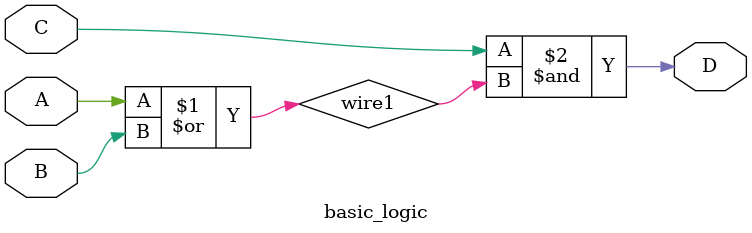
<source format=v>
`timescale 1ns / 1ps

module basic_logic(A, B, C, D);

//Define inputs and outputs
input wire [0:0] A;
input wire [0:0] B;
input wire [0:0] C;
output wire [0:0] D;

// Define internal wires
wire wire1;

// Logic gates
or(wire1, A, B);
and(D, C, wire1);

endmodule

</source>
